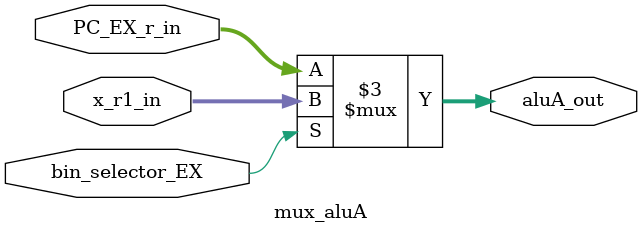
<source format=v>




`timescale 1ns/1ps

// module mux_aluA : mux_aluA
module mux_aluA
  ( input                    bin_selector_EX,
    input             [31:0] PC_EX_r_in, // addr
    input      signed [31:0] x_r1_in, // w32
    output reg signed [31:0] aluA_out // w32
  );


  // synopsys dc_tcl_script_begin
  // set_ungroup [current_design]
  // synopsys dc_tcl_script_end
  always @ (*)

  begin : p_mux_aluA

    aluA_out = 32'sh0;

    case (bin_selector_EX)
      1'b0 : // (aluA_copy0_PC_EX_r_EX)
      begin
        // [alu.n:210]
        aluA_out = $signed(PC_EX_r_in);
      end
      default : // (aluA_copy0_x_r1_EX)
      begin
        // [alu.n:69][alu.n:131][alu.n:167](regX.n:75)
        aluA_out = x_r1_in;
      end
    endcase

  end

endmodule

</source>
